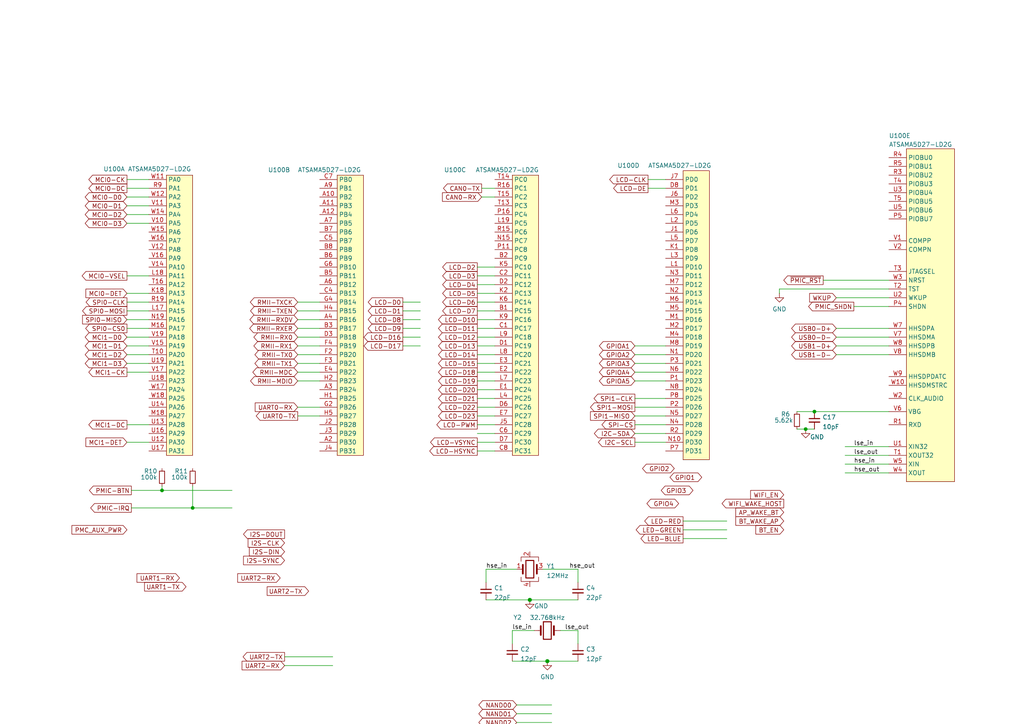
<source format=kicad_sch>
(kicad_sch (version 20250114) (generator "eeschema") (generator_version "9.0")
  (paper "A4")
  (junction (at 236.22 119.38))
  (junction (at 55.88 147.32))
  (junction (at 233.68 124.46))
  (junction (at 153.67 173.99) (diameter 1.016))
  (junction (at 46.99 142.24))
  (junction (at 158.75 191.77) (diameter 1.016))
  (wire (pts (xy 158.75 191.77) (xy 167.64 191.77)))
  (wire (pts (xy 138.43 118.11) (xy 143.51 118.11)))
  (wire (pts (xy 187.96 54.61) (xy 193.04 54.61)))
  (wire (pts (xy 86.36 90.17) (xy 92.71 90.17)))
  (wire (pts (xy 138.43 125.73) (xy 143.51 125.73)))
  (wire (pts (xy 184.15 118.11) (xy 193.04 118.11)))
  (wire (pts (xy 86.36 97.79) (xy 92.71 97.79)))
  (wire (pts (xy 148.59 191.77) (xy 158.75 191.77)))
  (wire (pts (xy 184.15 123.19) (xy 193.04 123.19)))
  (wire (pts (xy 245.11 129.54) (xy 257.81 129.54)))
  (wire (pts (xy 149.86 165.1) (xy 140.97 165.1)))
  (wire (pts (xy 184.15 125.73) (xy 193.04 125.73)))
  (wire (pts (xy 138.43 95.25) (xy 143.51 95.25)))
  (wire (pts (xy 184.15 128.27) (xy 193.04 128.27)))
  (wire (pts (xy 184.15 110.49) (xy 193.04 110.49)))
  (wire (pts (xy 36.83 102.87) (xy 43.18 102.87)))
  (wire (pts (xy 233.68 124.46) (xy 236.22 124.46)))
  (wire (pts (xy 55.88 140.97) (xy 55.88 147.32)))
  (wire (pts (xy 153.67 173.99) (xy 167.64 173.99)))
  (wire (pts (xy 36.83 85.09) (xy 43.18 85.09)))
  (wire (pts (xy 149.86 212.09) (xy 160.02 212.09)))
  (wire (pts (xy 226.06 83.82) (xy 257.81 83.82)))
  (wire (pts (xy 82.55 193.04) (xy 96.52 193.04)))
  (wire (pts (xy 242.57 86.36) (xy 257.81 86.36)))
  (wire (pts (xy 138.43 120.65) (xy 143.51 120.65)))
  (wire (pts (xy 149.86 222.25) (xy 160.02 222.25)))
  (wire (pts (xy 138.43 102.87) (xy 143.51 102.87)))
  (wire (pts (xy 138.43 107.95) (xy 143.51 107.95)))
  (wire (pts (xy 36.83 90.17) (xy 43.18 90.17)))
  (wire (pts (xy 86.36 107.95) (xy 92.71 107.95)))
  (wire (pts (xy 198.12 151.13) (xy 210.82 151.13)))
  (wire (pts (xy 138.43 105.41) (xy 143.51 105.41)))
  (wire (pts (xy 184.15 120.65) (xy 193.04 120.65)))
  (wire (pts (xy 157.48 165.1) (xy 167.64 165.1)))
  (wire (pts (xy 184.15 100.33) (xy 193.04 100.33)))
  (wire (pts (xy 167.64 182.88) (xy 162.56 182.88)))
  (wire (pts (xy 139.7 54.61) (xy 143.51 54.61)))
  (wire (pts (xy 38.1 147.32) (xy 55.88 147.32)))
  (wire (pts (xy 36.83 57.15) (xy 43.18 57.15)))
  (wire (pts (xy 86.36 110.49) (xy 92.71 110.49)))
  (wire (pts (xy 242.57 100.33) (xy 257.81 100.33)))
  (wire (pts (xy 46.99 142.24) (xy 67.31 142.24)))
  (wire (pts (xy 149.86 219.71) (xy 160.02 219.71)))
  (wire (pts (xy 86.36 92.71) (xy 92.71 92.71)))
  (wire (pts (xy 116.84 87.63) (xy 121.92 87.63)))
  (wire (pts (xy 138.43 82.55) (xy 143.51 82.55)))
  (wire (pts (xy 149.86 214.63) (xy 160.02 214.63)))
  (wire (pts (xy 140.97 165.1) (xy 140.97 168.91)))
  (wire (pts (xy 138.43 80.01) (xy 143.51 80.01)))
  (wire (pts (xy 245.11 134.62) (xy 257.81 134.62)))
  (wire (pts (xy 86.36 120.65) (xy 92.71 120.65)))
  (wire (pts (xy 149.86 207.01) (xy 160.02 207.01)))
  (wire (pts (xy 245.11 137.16) (xy 257.81 137.16)))
  (wire (pts (xy 116.84 90.17) (xy 121.92 90.17)))
  (wire (pts (xy 86.36 87.63) (xy 92.71 87.63)))
  (wire (pts (xy 138.43 113.03) (xy 143.51 113.03)))
  (wire (pts (xy 138.43 92.71) (xy 143.51 92.71)))
  (wire (pts (xy 198.12 153.67) (xy 210.82 153.67)))
  (wire (pts (xy 148.59 182.88) (xy 148.59 186.69)))
  (wire (pts (xy 184.15 105.41) (xy 193.04 105.41)))
  (wire (pts (xy 116.84 97.79) (xy 121.92 97.79)))
  (wire (pts (xy 36.83 52.07) (xy 43.18 52.07)))
  (wire (pts (xy 86.36 105.41) (xy 92.71 105.41)))
  (wire (pts (xy 231.14 119.38) (xy 236.22 119.38)))
  (wire (pts (xy 184.15 107.95) (xy 193.04 107.95)))
  (wire (pts (xy 247.65 88.9) (xy 257.81 88.9)))
  (wire (pts (xy 138.43 97.79) (xy 143.51 97.79)))
  (wire (pts (xy 184.15 102.87) (xy 193.04 102.87)))
  (wire (pts (xy 242.57 102.87) (xy 257.81 102.87)))
  (wire (pts (xy 36.83 59.69) (xy 43.18 59.69)))
  (wire (pts (xy 36.83 107.95) (xy 43.18 107.95)))
  (wire (pts (xy 36.83 80.01) (xy 43.18 80.01)))
  (wire (pts (xy 149.86 217.17) (xy 160.02 217.17)))
  (wire (pts (xy 46.99 140.97) (xy 46.99 142.24)))
  (wire (pts (xy 82.55 190.5) (xy 96.52 190.5)))
  (wire (pts (xy 154.94 182.88) (xy 148.59 182.88)))
  (wire (pts (xy 167.64 186.69) (xy 167.64 182.88)))
  (wire (pts (xy 184.15 115.57) (xy 193.04 115.57)))
  (wire (pts (xy 138.43 130.81) (xy 143.51 130.81)))
  (wire (pts (xy 36.83 97.79) (xy 43.18 97.79)))
  (wire (pts (xy 116.84 92.71) (xy 121.92 92.71)))
  (wire (pts (xy 116.84 100.33) (xy 121.92 100.33)))
  (wire (pts (xy 198.12 156.21) (xy 210.82 156.21)))
  (wire (pts (xy 138.43 90.17) (xy 143.51 90.17)))
  (wire (pts (xy 138.43 100.33) (xy 143.51 100.33)))
  (wire (pts (xy 36.83 87.63) (xy 43.18 87.63)))
  (wire (pts (xy 36.83 95.25) (xy 43.18 95.25)))
  (wire (pts (xy 242.57 95.25) (xy 257.81 95.25)))
  (wire (pts (xy 231.14 124.46) (xy 233.68 124.46)))
  (wire (pts (xy 138.43 128.27) (xy 143.51 128.27)))
  (wire (pts (xy 140.97 173.99) (xy 153.67 173.99)))
  (wire (pts (xy 36.83 105.41) (xy 43.18 105.41)))
  (wire (pts (xy 86.36 118.11) (xy 92.71 118.11)))
  (wire (pts (xy 36.83 128.27) (xy 43.18 128.27)))
  (wire (pts (xy 36.83 54.61) (xy 43.18 54.61)))
  (wire (pts (xy 236.22 119.38) (xy 257.81 119.38)))
  (wire (pts (xy 226.06 85.09) (xy 226.06 83.82)))
  (wire (pts (xy 138.43 85.09) (xy 143.51 85.09)))
  (wire (pts (xy 36.83 123.19) (xy 43.18 123.19)))
  (wire (pts (xy 242.57 97.79) (xy 257.81 97.79)))
  (wire (pts (xy 187.96 52.07) (xy 193.04 52.07)))
  (wire (pts (xy 138.43 115.57) (xy 143.51 115.57)))
  (wire (pts (xy 86.36 102.87) (xy 92.71 102.87)))
  (wire (pts (xy 86.36 100.33) (xy 92.71 100.33)))
  (wire (pts (xy 167.64 168.91) (xy 167.64 165.1)))
  (wire (pts (xy 149.86 209.55) (xy 160.02 209.55)))
  (wire (pts (xy 36.83 62.23) (xy 43.18 62.23)))
  (wire (pts (xy 116.84 95.25) (xy 121.92 95.25)))
  (wire (pts (xy 138.43 87.63) (xy 143.51 87.63)))
  (wire (pts (xy 36.83 100.33) (xy 43.18 100.33)))
  (wire (pts (xy 238.76 81.28) (xy 257.81 81.28)))
  (wire (pts (xy 149.86 204.47) (xy 160.02 204.47)))
  (wire (pts (xy 55.88 147.32) (xy 67.31 147.32)))
  (wire (pts (xy 138.43 123.19) (xy 143.51 123.19)))
  (wire (pts (xy 36.83 92.71) (xy 43.18 92.71)))
  (wire (pts (xy 138.43 110.49) (xy 143.51 110.49)))
  (wire (pts (xy 86.36 95.25) (xy 92.71 95.25)))
  (wire (pts (xy 36.83 64.77) (xy 43.18 64.77)))
  (wire (pts (xy 38.1 142.24) (xy 46.99 142.24)))
  (wire (pts (xy 139.7 57.15) (xy 143.51 57.15)))
  (wire (pts (xy 138.43 77.47) (xy 143.51 77.47)))
  (wire (pts (xy 245.11 132.08) (xy 257.81 132.08)))
  (label "hse_in" (at 140.97 165.1 0))
  (label "lse_in" (at 148.59 182.88 0))
  (label "lse_out" (at 163.83 182.88 0))
  (label "lse_out" (at 247.65 132.08 0))
  (label "hse_in" (at 247.65 134.62 0))
  (label "lse_in" (at 247.65 129.54 0))
  (label "hse_out" (at 247.65 137.16 0))
  (label "hse_out" (at 165.1 165.1 0))
  (global_label "LED-GREEN" (shape output) (at 198.12 153.67 180) (property "Intersheetrefs" "${INTERSHEET_REFS}" (effects (hide yes))))
  (global_label "USB1-D+" (shape bidirectional) (at 242.57 100.33 180) (property "Intersheetrefs" "${INTERSHEET_REFS}" (effects (hide yes))))
  (global_label "LCD-D5" (shape output) (at 138.43 85.09 180) (property "Intersheetrefs" "${INTERSHEET_REFS}" (effects (hide yes))))
  (global_label "RMII-RX0" (shape bidirectional) (at 86.36 97.79 180) (property "Intersheetrefs" "${INTERSHEET_REFS}" (effects (hide yes))))
  (global_label "PMC_AUX_PWR" (shape input) (at 36.83 153.67 180) (property "Intersheetrefs" "${INTERSHEET_REFS}" (effects (hide yes))))
  (global_label "LCD-PWM" (shape output) (at 138.43 123.19 180) (property "Intersheetrefs" "${INTERSHEET_REFS}" (effects (hide yes))))
  (global_label "WIFI_WAKE_HOST" (shape output) (at 227.33 146.05 180) (property "Intersheetrefs" "${INTERSHEET_REFS}" (effects (hide yes))))
  (global_label "MCI1-D0" (shape bidirectional) (at 36.83 97.79 180) (property "Intersheetrefs" "${INTERSHEET_REFS}" (effects (hide yes))))
  (global_label "LCD-D17" (shape output) (at 116.84 100.33 180) (property "Intersheetrefs" "${INTERSHEET_REFS}" (effects (hide yes))))
  (global_label "UART0-TX" (shape output) (at 86.36 120.65 180) (property "Intersheetrefs" "${INTERSHEET_REFS}" (effects (hide yes))))
  (global_label "GPIOA4" (shape bidirectional) (at 184.15 107.95 180) (property "Intersheetrefs" "${INTERSHEET_REFS}" (effects (hide yes))))
  (global_label "PMIC_SHDN" (shape output) (at 247.65 88.9 180) (property "Intersheetrefs" "${INTERSHEET_REFS}" (effects (hide yes))))
  (global_label "LCD-CLK" (shape output) (at 187.96 52.07 180) (property "Intersheetrefs" "${INTERSHEET_REFS}" (effects (hide yes))))
  (global_label "GPIO2" (shape bidirectional) (at 195.58 135.89 180) (property "Intersheetrefs" "${INTERSHEET_REFS}" (effects (hide yes))))
  (global_label "UART0-RX" (shape input) (at 86.36 118.11 180) (property "Intersheetrefs" "${INTERSHEET_REFS}" (effects (hide yes))))
  (global_label "MCI0-D3" (shape bidirectional) (at 36.83 64.77 180) (property "Intersheetrefs" "${INTERSHEET_REFS}" (effects (hide yes))))
  (global_label "GPIOA1" (shape bidirectional) (at 184.15 100.33 180) (property "Intersheetrefs" "${INTERSHEET_REFS}" (effects (hide yes))))
  (global_label "GPIO1" (shape bidirectional) (at 194.31 138.43 0) (property "Intersheetrefs" "${INTERSHEET_REFS}" (effects (hide yes))))
  (global_label "USB0-D+" (shape bidirectional) (at 242.57 95.25 180) (property "Intersheetrefs" "${INTERSHEET_REFS}" (effects (hide yes))))
  (global_label "MCI0-D1" (shape bidirectional) (at 36.83 59.69 180) (property "Intersheetrefs" "${INTERSHEET_REFS}" (effects (hide yes))))
  (global_label "SPI0-CLK" (shape output) (at 36.83 87.63 180) (property "Intersheetrefs" "${INTERSHEET_REFS}" (effects (hide yes))))
  (global_label "UART1-RX" (shape input) (at 52.07 167.64 180) (property "Intersheetrefs" "${INTERSHEET_REFS}" (effects (hide yes))))
  (global_label "LCD-HSYNC" (shape output) (at 138.43 130.81 180) (property "Intersheetrefs" "${INTERSHEET_REFS}" (effects (hide yes))))
  (global_label "LCD-D23" (shape output) (at 138.43 120.65 180) (property "Intersheetrefs" "${INTERSHEET_REFS}" (effects (hide yes))))
  (global_label "LCD-D20" (shape output) (at 138.43 113.03 180) (property "Intersheetrefs" "${INTERSHEET_REFS}" (effects (hide yes))))
  (global_label "LCD-D15" (shape output) (at 138.43 105.41 180) (property "Intersheetrefs" "${INTERSHEET_REFS}" (effects (hide yes))))
  (global_label "USB0-D-" (shape bidirectional) (at 242.57 97.79 180) (property "Intersheetrefs" "${INTERSHEET_REFS}" (effects (hide yes))))
  (global_label "LED-RED" (shape output) (at 198.12 151.13 180) (property "Intersheetrefs" "${INTERSHEET_REFS}" (effects (hide yes))))
  (global_label "SPI1-MISO" (shape input) (at 184.15 120.65 180) (property "Intersheetrefs" "${INTERSHEET_REFS}" (effects (hide yes))))
  (global_label "SPI0-CS0" (shape output) (at 36.83 95.25 180) (property "Intersheetrefs" "${INTERSHEET_REFS}" (effects (hide yes))))
  (global_label "MCI0-DET" (shape input) (at 36.83 85.09 180) (property "Intersheetrefs" "${INTERSHEET_REFS}" (effects (hide yes))))
  (global_label "LCD-D6" (shape output) (at 138.43 87.63 180) (property "Intersheetrefs" "${INTERSHEET_REFS}" (effects (hide yes))))
  (global_label "GPIO3" (shape bidirectional) (at 191.77 142.24 0) (property "Intersheetrefs" "${INTERSHEET_REFS}" (effects (hide yes))))
  (global_label "UART2-TX" (shape output) (at 82.55 190.5 180) (property "Intersheetrefs" "${INTERSHEET_REFS}" (effects (hide yes))))
  (global_label "GPIO4" (shape bidirectional) (at 196.85 146.05 180) (property "Intersheetrefs" "${INTERSHEET_REFS}" (effects (hide yes))))
  (global_label "LCD-VSYNC" (shape output) (at 138.43 128.27 180) (property "Intersheetrefs" "${INTERSHEET_REFS}" (effects (hide yes))))
  (global_label "I2S-DIN" (shape input) (at 82.55 160.02 180) (property "Intersheetrefs" "${INTERSHEET_REFS}" (effects (hide yes))))
  (global_label "MCI0-D2" (shape bidirectional) (at 36.83 62.23 180) (property "Intersheetrefs" "${INTERSHEET_REFS}" (effects (hide yes))))
  (global_label "MCI1-DET" (shape input) (at 36.83 128.27 180) (property "Intersheetrefs" "${INTERSHEET_REFS}" (effects (hide yes))))
  (global_label "AP_WAKE_BT" (shape input) (at 227.33 148.59 180) (property "Intersheetrefs" "${INTERSHEET_REFS}" (effects (hide yes))))
  (global_label "GPIOA5" (shape bidirectional) (at 184.15 110.49 180) (property "Intersheetrefs" "${INTERSHEET_REFS}" (effects (hide yes))))
  (global_label "SPI1-CLK" (shape output) (at 184.15 115.57 180) (property "Intersheetrefs" "${INTERSHEET_REFS}" (effects (hide yes))))
  (global_label "MCI1-D1" (shape bidirectional) (at 36.83 100.33 180) (property "Intersheetrefs" "${INTERSHEET_REFS}" (effects (hide yes))))
  (global_label "I2C-SDA" (shape bidirectional) (at 184.15 125.73 180) (property "Intersheetrefs" "${INTERSHEET_REFS}" (effects (hide yes))))
  (global_label "BT_EN" (shape input) (at 227.33 153.67 180) (property "Intersheetrefs" "${INTERSHEET_REFS}" (effects (hide yes))))
  (global_label "LCD-D10" (shape output) (at 138.43 92.71 180) (property "Intersheetrefs" "${INTERSHEET_REFS}" (effects (hide yes))))
  (global_label "LCD-D16" (shape output) (at 116.84 97.79 180) (property "Intersheetrefs" "${INTERSHEET_REFS}" (effects (hide yes))))
  (global_label "USB1-D-" (shape bidirectional) (at 242.57 102.87 180) (property "Intersheetrefs" "${INTERSHEET_REFS}" (effects (hide yes))))
  (global_label "PMIC-BTN" (shape output) (at 38.1 142.24 180) (property "Intersheetrefs" "${INTERSHEET_REFS}" (effects (hide yes))))
  (global_label "LCD-D13" (shape output) (at 138.43 100.33 180) (property "Intersheetrefs" "${INTERSHEET_REFS}" (effects (hide yes))))
  (global_label "SPI0-MOSI" (shape output) (at 36.83 90.17 180) (property "Intersheetrefs" "${INTERSHEET_REFS}" (effects (hide yes))))
  (global_label "LCD-D9" (shape output) (at 116.84 95.25 180) (property "Intersheetrefs" "${INTERSHEET_REFS}" (effects (hide yes))))
  (global_label "NAND01" (shape bidirectional) (at 149.86 207.01 180) (property "Intersheetrefs" "${INTERSHEET_REFS}" (effects (hide yes))))
  (global_label "RMII-MDC" (shape bidirectional) (at 86.36 107.95 180) (property "Intersheetrefs" "${INTERSHEET_REFS}" (effects (hide yes))))
  (global_label "SPI-CS" (shape output) (at 184.15 123.19 180) (property "Intersheetrefs" "${INTERSHEET_REFS}" (effects (hide yes))))
  (global_label "MCI0-D0" (shape bidirectional) (at 36.83 57.15 180) (property "Intersheetrefs" "${INTERSHEET_REFS}" (effects (hide yes))))
  (global_label "RMII-TXCK" (shape bidirectional) (at 86.36 87.63 180) (property "Intersheetrefs" "${INTERSHEET_REFS}" (effects (hide yes))))
  (global_label "CAN0-RX" (shape input) (at 139.7 57.15 180) (property "Intersheetrefs" "${INTERSHEET_REFS}" (effects (hide yes))))
  (global_label "LCD-DE" (shape output) (at 187.96 54.61 180) (property "Intersheetrefs" "${INTERSHEET_REFS}" (effects (hide yes))))
  (global_label "RMII-TXEN" (shape bidirectional) (at 86.36 90.17 180) (property "Intersheetrefs" "${INTERSHEET_REFS}" (effects (hide yes))))
  (global_label "LCD-D18" (shape output) (at 138.43 107.95 180) (property "Intersheetrefs" "${INTERSHEET_REFS}" (effects (hide yes))))
  (global_label "RMII-RXDV" (shape bidirectional) (at 86.36 92.71 180) (property "Intersheetrefs" "${INTERSHEET_REFS}" (effects (hide yes))))
  (global_label "CAN0-TX" (shape output) (at 139.7 54.61 180) (property "Intersheetrefs" "${INTERSHEET_REFS}" (effects (hide yes))))
  (global_label "I2S-DOUT" (shape output) (at 82.55 154.94 180) (property "Intersheetrefs" "${INTERSHEET_REFS}" (effects (hide yes))))
  (global_label "UART2-TX" (shape output) (at 77.47 171.45 0) (property "Intersheetrefs" "${INTERSHEET_REFS}" (effects (hide yes))))
  (global_label "LED-BLUE" (shape output) (at 198.12 156.21 180) (property "Intersheetrefs" "${INTERSHEET_REFS}" (effects (hide yes))))
  (global_label "MCI0-CK" (shape output) (at 36.83 52.07 180) (property "Intersheetrefs" "${INTERSHEET_REFS}" (effects (hide yes))))
  (global_label "MCI0-VSEL" (shape output) (at 36.83 80.01 180) (property "Intersheetrefs" "${INTERSHEET_REFS}" (effects (hide yes))))
  (global_label "MCI1-D3" (shape bidirectional) (at 36.83 105.41 180) (property "Intersheetrefs" "${INTERSHEET_REFS}" (effects (hide yes))))
  (global_label "LCD-D7" (shape output) (at 138.43 90.17 180) (property "Intersheetrefs" "${INTERSHEET_REFS}" (effects (hide yes))))
  (global_label "WIFI_EN" (shape input) (at 227.33 143.51 180) (property "Intersheetrefs" "${INTERSHEET_REFS}" (effects (hide yes))))
  (global_label "PMIC-IRQ" (shape output) (at 38.1 147.32 180) (property "Intersheetrefs" "${INTERSHEET_REFS}" (effects (hide yes))))
  (global_label "RMII-TX1" (shape bidirectional) (at 86.36 105.41 180) (property "Intersheetrefs" "${INTERSHEET_REFS}" (effects (hide yes))))
  (global_label "NAND03" (shape bidirectional) (at 149.86 212.09 180) (property "Intersheetrefs" "${INTERSHEET_REFS}" (effects (hide yes))))
  (global_label "MCI1-CK" (shape output) (at 36.83 107.95 180) (property "Intersheetrefs" "${INTERSHEET_REFS}" (effects (hide yes))))
  (global_label "RMII-RX1" (shape bidirectional) (at 86.36 100.33 180) (property "Intersheetrefs" "${INTERSHEET_REFS}" (effects (hide yes))))
  (global_label "NAND00" (shape bidirectional) (at 149.86 204.47 180) (property "Intersheetrefs" "${INTERSHEET_REFS}" (effects (hide yes))))
  (global_label "NAND04" (shape bidirectional) (at 149.86 214.63 180) (property "Intersheetrefs" "${INTERSHEET_REFS}" (effects (hide yes))))
  (global_label "LCD-D11" (shape output) (at 138.43 95.25 180) (property "Intersheetrefs" "${INTERSHEET_REFS}" (effects (hide yes))))
  (global_label "UART2-RX" (shape input) (at 82.55 193.04 180) (property "Intersheetrefs" "${INTERSHEET_REFS}" (effects (hide yes))))
  (global_label "RMII-MDIO" (shape bidirectional) (at 86.36 110.49 180) (property "Intersheetrefs" "${INTERSHEET_REFS}" (effects (hide yes))))
  (global_label "NAND05" (shape bidirectional) (at 149.86 217.17 180) (property "Intersheetrefs" "${INTERSHEET_REFS}" (effects (hide yes))))
  (global_label "LCD-D3" (shape output) (at 138.43 80.01 180) (property "Intersheetrefs" "${INTERSHEET_REFS}" (effects (hide yes))))
  (global_label "SPI0-MISO" (shape input) (at 36.83 92.71 180) (property "Intersheetrefs" "${INTERSHEET_REFS}" (effects (hide yes))))
  (global_label "~{PMIC_RST}" (shape output) (at 238.76 81.28 180) (property "Intersheetrefs" "${INTERSHEET_REFS}" (effects (hide yes))))
  (global_label "WKUP" (shape input) (at 242.57 86.36 180) (property "Intersheetrefs" "${INTERSHEET_REFS}" (effects (hide yes))))
  (global_label "LCD-D21" (shape output) (at 138.43 115.57 180) (property "Intersheetrefs" "${INTERSHEET_REFS}" (effects (hide yes))))
  (global_label "MCI1-D2" (shape bidirectional) (at 36.83 102.87 180) (property "Intersheetrefs" "${INTERSHEET_REFS}" (effects (hide yes))))
  (global_label "I2C-SCL" (shape output) (at 184.15 128.27 180) (property "Intersheetrefs" "${INTERSHEET_REFS}" (effects (hide yes))))
  (global_label "I2S-CLK" (shape input) (at 82.55 157.48 180) (property "Intersheetrefs" "${INTERSHEET_REFS}" (effects (hide yes))))
  (global_label "MCI1-DC" (shape output) (at 36.83 123.19 180) (property "Intersheetrefs" "${INTERSHEET_REFS}" (effects (hide yes))))
  (global_label "LCD-D14" (shape output) (at 138.43 102.87 180) (property "Intersheetrefs" "${INTERSHEET_REFS}" (effects (hide yes))))
  (global_label "UART1-TX" (shape output) (at 41.91 170.18 0) (property "Intersheetrefs" "${INTERSHEET_REFS}" (effects (hide yes))))
  (global_label "SPI1-MOSI" (shape output) (at 184.15 118.11 180) (property "Intersheetrefs" "${INTERSHEET_REFS}" (effects (hide yes))))
  (global_label "GPIOA3" (shape bidirectional) (at 184.15 105.41 180) (property "Intersheetrefs" "${INTERSHEET_REFS}" (effects (hide yes))))
  (global_label "RMII-RXER" (shape bidirectional) (at 86.36 95.25 180) (property "Intersheetrefs" "${INTERSHEET_REFS}" (effects (hide yes))))
  (global_label "LCD-D12" (shape output) (at 138.43 97.79 180) (property "Intersheetrefs" "${INTERSHEET_REFS}" (effects (hide yes))))
  (global_label "BT_WAKE_AP" (shape input) (at 227.33 151.13 180) (property "Intersheetrefs" "${INTERSHEET_REFS}" (effects (hide yes))))
  (global_label "RMII-TX0" (shape bidirectional) (at 86.36 102.87 180) (property "Intersheetrefs" "${INTERSHEET_REFS}" (effects (hide yes))))
  (global_label "LCD-D22" (shape output) (at 138.43 118.11 180) (property "Intersheetrefs" "${INTERSHEET_REFS}" (effects (hide yes))))
  (global_label "LCD-D1" (shape output) (at 116.84 90.17 180) (property "Intersheetrefs" "${INTERSHEET_REFS}" (effects (hide yes))))
  (global_label "NAND02" (shape bidirectional) (at 149.86 209.55 180) (property "Intersheetrefs" "${INTERSHEET_REFS}" (effects (hide yes))))
  (global_label "NAND06" (shape bidirectional) (at 149.86 219.71 180) (property "Intersheetrefs" "${INTERSHEET_REFS}" (effects (hide yes))))
  (global_label "LCD-D19" (shape output) (at 138.43 110.49 180) (property "Intersheetrefs" "${INTERSHEET_REFS}" (effects (hide yes))))
  (global_label "I2S-SYNC" (shape input) (at 82.55 162.56 180) (property "Intersheetrefs" "${INTERSHEET_REFS}" (effects (hide yes))))
  (global_label "MCI0-DC" (shape output) (at 36.83 54.61 180) (property "Intersheetrefs" "${INTERSHEET_REFS}" (effects (hide yes))))
  (global_label "LCD-D0" (shape output) (at 116.84 87.63 180) (property "Intersheetrefs" "${INTERSHEET_REFS}" (effects (hide yes))))
  (global_label "UART2-RX" (shape input) (at 81.28 167.64 180) (property "Intersheetrefs" "${INTERSHEET_REFS}" (effects (hide yes))))
  (global_label "LCD-D8" (shape output) (at 116.84 92.71 180) (property "Intersheetrefs" "${INTERSHEET_REFS}" (effects (hide yes))))
  (global_label "NAND07" (shape bidirectional) (at 149.86 222.25 180) (property "Intersheetrefs" "${INTERSHEET_REFS}" (effects (hide yes))))
  (global_label "LCD-D2" (shape output) (at 138.43 77.47 180) (property "Intersheetrefs" "${INTERSHEET_REFS}" (effects (hide yes))))
  (global_label "GPIOA2" (shape bidirectional) (at 184.15 102.87 180) (property "Intersheetrefs" "${INTERSHEET_REFS}" (effects (hide yes))))
  (global_label "LCD-D4" (shape output) (at 138.43 82.55 180) (property "Intersheetrefs" "${INTERSHEET_REFS}" (effects (hide yes))))
  (symbol (lib_id "microchip:ATSAMA5D27-LD2G") (at 101.6 91.44 0) (unit 2)
    (property "Reference" "U100" (at 77.724 49.276 0) (effects (justify left)))
    (property "Value" "ATSAMA5D27-LD2G" (at 86.36 49.276 0) (effects (justify left)))
    (property "Footprint" "microchip:BGA361C80P19X19_1600X1600X120" (effects (hide yes)))
  )
  (symbol (lib_id "Device:C_Small") (at 140.97 171.45 0) (unit 1)
    (property "Reference" "C1" (at 143.2942 170.5415 0) (effects (justify left)))
    (property "Value" "22pF" (at 143.2942 173.3166 0) (effects (justify left)))
    (property "Footprint" "Capacitor_SMD:C_0402_1005Metric" (effects (hide yes)))
  )
  (symbol (lib_id "power:GND") (at 158.75 191.77 0) (unit 1)
    (property "Reference" "#PWR03" (effects (hide yes)))
    (property "Value" "GND" (at 158.75 196.3326 0))
  )
  (symbol (lib_id "power:GND") (at 233.68 124.46 0) (unit 1)
    (property "Reference" "#PWR08" (effects (hide yes)))
    (property "Value" "GND" (at 236.982 126.746 0))
    (property "Description" "Power symbol creates a global label with name \"GND\" , ground" (effects (hide yes)))
  )
  (symbol (lib_id "Device:C_Small") (at 148.59 189.23 0) (unit 1)
    (property "Reference" "C2" (at 150.9142 188.3215 0) (effects (justify left)))
    (property "Value" "12pF" (at 150.9142 191.0966 0) (effects (justify left)))
    (property "Footprint" "Capacitor_SMD:C_0402_1005Metric" (effects (hide yes)))
  )
  (symbol (lib_id "power:GND") (at 226.06 85.09 0) (unit 1)
    (property "Reference" "#PWR04" (effects (hide yes)))
    (property "Value" "GND" (at 226.06 89.6526 0))
  )
  (symbol (lib_id "Device:C_Small") (at 236.22 121.92 0) (unit 1)
    (property "Reference" "C17" (at 238.5442 121.0115 0) (effects (justify left)))
    (property "Value" "10pF" (at 238.5442 123.7866 0) (effects (justify left)))
    (property "Footprint" "Capacitor_SMD:C_0402_1005Metric" (effects (hide yes)))
  )
  (symbol (lib_id "Device:Crystal") (at 158.75 182.88 0) (unit 1)
    (property "Reference" "Y2" (at 150.114 179.07 0))
    (property "Value" "32.768kHz" (at 158.75 179.1231 0))
    (property "Footprint" "Crystal:Crystal_SMD_3215-2Pin_3.2x1.5mm" (effects (hide yes)))
  )
  (symbol (lib_id "Device:Crystal_GND24") (at 153.67 165.1 0) (unit 1)
    (property "Reference" "Y1" (at 158.4961 164.1915 0) (effects (justify left)))
    (property "Value" "12MHz" (at 158.4961 166.9666 0) (effects (justify left)))
    (property "Footprint" "Crystal:Crystal_SMD_3225-4Pin_3.2x2.5mm" (effects (hide yes)))
  )
  (symbol (lib_id "microchip:ATSAMA5D27-LD2G") (at 52.07 91.44 0) (unit 1)
    (property "Reference" "U100" (at 29.972 49.022 0) (effects (justify left)))
    (property "Value" "ATSAMA5D27-LD2G" (at 37.084 49.022 0) (effects (justify left)))
    (property "Footprint" "microchip:BGA361C80P19X19_1600X1600X120" (effects (hide yes)))
  )
  (symbol (lib_id "Device:R_Small") (at 46.99 138.43 180) (unit 1)
    (property "Reference" "R10" (at 43.688 136.652 0))
    (property "Value" "100k" (at 43.18 138.43 0))
    (property "Footprint" "Resistor_SMD:R_0402_1005Metric" (effects (hide yes)))
    (property "Description" "Resistor, small symbol" (effects (hide yes)))
  )
  (symbol (lib_id "microchip:ATSAMA5D27-LD2G") (at 152.4 91.44 0) (unit 3)
    (property "Reference" "U100" (at 128.778 49.276 0) (effects (justify left)))
    (property "Value" "ATSAMA5D27-LD2G" (at 137.922 49.276 0) (effects (justify left)))
    (property "Footprint" "microchip:BGA361C80P19X19_1600X1600X120" (effects (hide yes)))
  )
  (symbol (lib_id "microchip:ATSAMA5D27-LD2G") (at 205.74 87.63 0) (unit 4)
    (property "Reference" "U100" (at 179.07 48.006 0) (effects (justify left)))
    (property "Value" "ATSAMA5D27-LD2G" (at 187.96 48.006 0) (effects (justify left)))
    (property "Footprint" "microchip:BGA361C80P19X19_1600X1600X120" (effects (hide yes)))
  )
  (symbol (lib_id "Device:C_Small") (at 167.64 189.23 0) (unit 1)
    (property "Reference" "C3" (at 169.9642 188.3215 0) (effects (justify left)))
    (property "Value" "12pF" (at 169.9642 191.0966 0) (effects (justify left)))
    (property "Footprint" "Capacitor_SMD:C_0402_1005Metric" (effects (hide yes)))
  )
  (symbol (lib_id "Device:C_Small") (at 167.64 171.45 0) (unit 1)
    (property "Reference" "C4" (at 169.9642 170.5415 0) (effects (justify left)))
    (property "Value" "22pF" (at 169.9642 173.3166 0) (effects (justify left)))
    (property "Footprint" "Capacitor_SMD:C_0402_1005Metric" (effects (hide yes)))
  )
  (symbol (lib_id "Device:R_Small") (at 231.14 121.92 180) (unit 1)
    (property "Reference" "R6" (at 227.838 120.142 0))
    (property "Value" "5.62k" (at 227.33 121.92 0))
    (property "Footprint" "Resistor_SMD:R_0402_1005Metric" (effects (hide yes)))
    (property "Description" "Resistor, small symbol" (effects (hide yes)))
  )
  (symbol (lib_id "Device:R_Small") (at 55.88 138.43 180) (unit 1)
    (property "Reference" "R11" (at 52.578 136.652 0))
    (property "Value" "100k" (at 52.07 138.43 0))
    (property "Footprint" "Resistor_SMD:R_0402_1005Metric" (effects (hide yes)))
    (property "Description" "Resistor, small symbol" (effects (hide yes)))
  )
  (symbol (lib_id "power:GND") (at 153.67 173.99 0) (unit 1)
    (property "Reference" "#PWR02" (effects (hide yes)))
    (property "Value" "GND" (at 156.972 175.768 0))
  )
  (symbol (lib_id "microchip:ATSAMA5D27-LD2G") (at 266.7 83.82 0) (unit 5)
    (property "Reference" "U100" (at 257.81 39.37 0) (effects (justify left)))
    (property "Value" "ATSAMA5D27-LD2G" (at 257.81 41.91 0) (effects (justify left)))
    (property "Footprint" "microchip:BGA361C80P19X19_1600X1600X120" (effects (hide yes)))
  )
)
</source>
